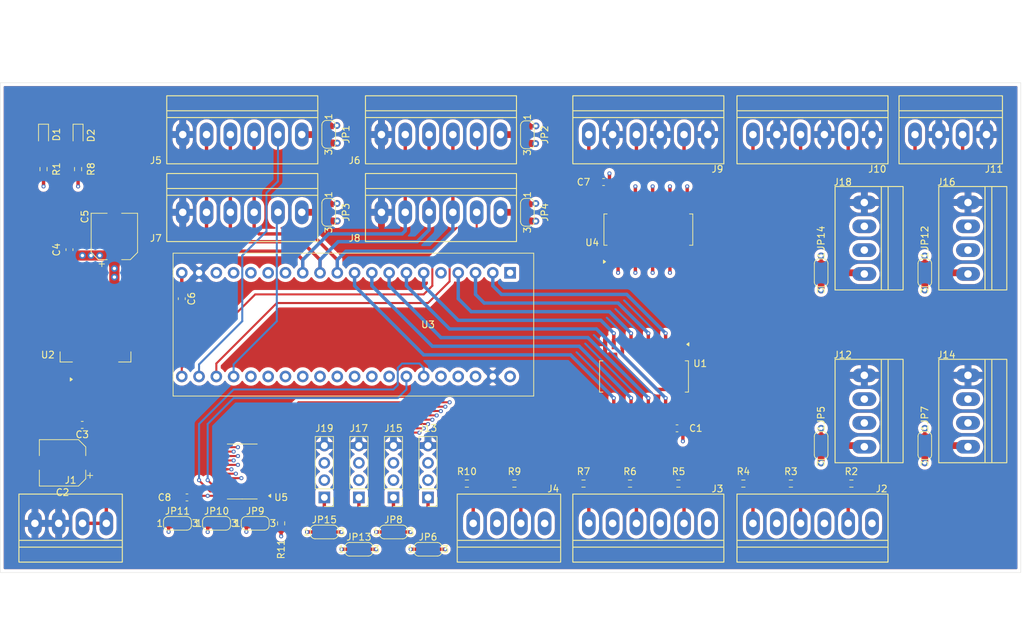
<source format=kicad_pcb>
(kicad_pcb
	(version 20240108)
	(generator "pcbnew")
	(generator_version "8.0")
	(general
		(thickness 1.6)
		(legacy_teardrops no)
	)
	(paper "A4")
	(layers
		(0 "F.Cu" signal)
		(1 "In1.Cu" signal)
		(2 "In2.Cu" signal)
		(31 "B.Cu" signal)
		(32 "B.Adhes" user "B.Adhesive")
		(33 "F.Adhes" user "F.Adhesive")
		(34 "B.Paste" user)
		(35 "F.Paste" user)
		(36 "B.SilkS" user "B.Silkscreen")
		(37 "F.SilkS" user "F.Silkscreen")
		(38 "B.Mask" user)
		(39 "F.Mask" user)
		(40 "Dwgs.User" user "User.Drawings")
		(41 "Cmts.User" user "User.Comments")
		(42 "Eco1.User" user "User.Eco1")
		(43 "Eco2.User" user "User.Eco2")
		(44 "Edge.Cuts" user)
		(45 "Margin" user)
		(46 "B.CrtYd" user "B.Courtyard")
		(47 "F.CrtYd" user "F.Courtyard")
		(48 "B.Fab" user)
		(49 "F.Fab" user)
		(50 "User.1" user)
		(51 "User.2" user)
		(52 "User.3" user)
		(53 "User.4" user)
		(54 "User.5" user)
		(55 "User.6" user)
		(56 "User.7" user)
		(57 "User.8" user)
		(58 "User.9" user)
	)
	(setup
		(stackup
			(layer "F.SilkS"
				(type "Top Silk Screen")
			)
			(layer "F.Paste"
				(type "Top Solder Paste")
			)
			(layer "F.Mask"
				(type "Top Solder Mask")
				(thickness 0.01)
			)
			(layer "F.Cu"
				(type "copper")
				(thickness 0.035)
			)
			(layer "dielectric 1"
				(type "prepreg")
				(thickness 0.1)
				(material "FR4")
				(epsilon_r 4.5)
				(loss_tangent 0.02)
			)
			(layer "In1.Cu"
				(type "copper")
				(thickness 0.035)
			)
			(layer "dielectric 2"
				(type "core")
				(thickness 1.24)
				(material "FR4")
				(epsilon_r 4.5)
				(loss_tangent 0.02)
			)
			(layer "In2.Cu"
				(type "copper")
				(thickness 0.035)
			)
			(layer "dielectric 3"
				(type "prepreg")
				(thickness 0.1)
				(material "FR4")
				(epsilon_r 4.5)
				(loss_tangent 0.02)
			)
			(layer "B.Cu"
				(type "copper")
				(thickness 0.035)
			)
			(layer "B.Mask"
				(type "Bottom Solder Mask")
				(thickness 0.01)
			)
			(layer "B.Paste"
				(type "Bottom Solder Paste")
			)
			(layer "B.SilkS"
				(type "Bottom Silk Screen")
			)
			(copper_finish "None")
			(dielectric_constraints no)
		)
		(pad_to_mask_clearance 0)
		(allow_soldermask_bridges_in_footprints no)
		(pcbplotparams
			(layerselection 0x00010fc_ffffffff)
			(plot_on_all_layers_selection 0x0000000_00000000)
			(disableapertmacros no)
			(usegerberextensions no)
			(usegerberattributes yes)
			(usegerberadvancedattributes yes)
			(creategerberjobfile yes)
			(dashed_line_dash_ratio 12.000000)
			(dashed_line_gap_ratio 3.000000)
			(svgprecision 4)
			(plotframeref no)
			(viasonmask no)
			(mode 1)
			(useauxorigin no)
			(hpglpennumber 1)
			(hpglpenspeed 20)
			(hpglpendiameter 15.000000)
			(pdf_front_fp_property_popups yes)
			(pdf_back_fp_property_popups yes)
			(dxfpolygonmode yes)
			(dxfimperialunits yes)
			(dxfusepcbnewfont yes)
			(psnegative no)
			(psa4output no)
			(plotreference yes)
			(plotvalue yes)
			(plotfptext yes)
			(plotinvisibletext no)
			(sketchpadsonfab no)
			(subtractmaskfromsilk no)
			(outputformat 1)
			(mirror no)
			(drillshape 1)
			(scaleselection 1)
			(outputdirectory "")
		)
	)
	(net 0 "")
	(net 1 "GND")
	(net 2 "+5V")
	(net 3 "+3.3V")
	(net 4 "Net-(D1-A)")
	(net 5 "Net-(D2-A)")
	(net 6 "POCI")
	(net 7 "Net-(J5-Pin_1)")
	(net 8 "PICO")
	(net 9 "SCK")
	(net 10 "CS1")
	(net 11 "CS0")
	(net 12 "Net-(J6-Pin_1)")
	(net 13 "CS3")
	(net 14 "Net-(J7-Pin_1)")
	(net 15 "Net-(J8-Pin_1)")
	(net 16 "CS2")
	(net 17 "Net-(J9-Pin_4)")
	(net 18 "Net-(J9-Pin_6)")
	(net 19 "Net-(J9-Pin_2)")
	(net 20 "OUT-SD0")
	(net 21 "Net-(J12-Pin_1)")
	(net 22 "OUT-SC0")
	(net 23 "OUT-SC4")
	(net 24 "Net-(J13-Pin_1)")
	(net 25 "OUT-SD4")
	(net 26 "OUT-SC1")
	(net 27 "Net-(J14-Pin_1)")
	(net 28 "OUT-SD1")
	(net 29 "OUT-SC5")
	(net 30 "OUT-SD5")
	(net 31 "Net-(J15-Pin_1)")
	(net 32 "OUT-SC2")
	(net 33 "OUT-SD2")
	(net 34 "Net-(J16-Pin_1)")
	(net 35 "Net-(J17-Pin_1)")
	(net 36 "OUT-SC6")
	(net 37 "OUT-SD6")
	(net 38 "OUT-SC3")
	(net 39 "Net-(J18-Pin_1)")
	(net 40 "OUT-SD3")
	(net 41 "Net-(J19-Pin_1)")
	(net 42 "OUT-SC7")
	(net 43 "OUT-SD7")
	(net 44 "Net-(JP9-C)")
	(net 45 "Net-(JP10-C)")
	(net 46 "Net-(JP11-C)")
	(net 47 "Net-(U5-~{RESET})")
	(net 48 "AUX-IN3")
	(net 49 "AUX-IN1")
	(net 50 "AUX-IN6")
	(net 51 "AUX-IN2")
	(net 52 "AUX-IN4")
	(net 53 "SW1-AZ")
	(net 54 "SW2-AZ")
	(net 55 "AUX-IN5")
	(net 56 "unconnected-(U3-PB1-Pad15)")
	(net 57 "unconnected-(U3-3V3-Pad18)")
	(net 58 "EN-AZ")
	(net 59 "EN-EL")
	(net 60 "unconnected-(U3-PB2-Pad16)")
	(net 61 "unconnected-(U3-NRST-Pad5)")
	(net 62 "AUX-OUT1")
	(net 63 "DIR-AZ")
	(net 64 "SCL")
	(net 65 "unconnected-(U3-PB9-Pad37)")
	(net 66 "SDA")
	(net 67 "unconnected-(U3-PB0-Pad14)")
	(net 68 "unconnected-(U3-VBAT-Pad1)")
	(net 69 "unconnected-(U3-3V3-Pad40)")
	(net 70 "unconnected-(U3-PB8-Pad36)")
	(net 71 "unconnected-(U3-PB10-Pad17)")
	(net 72 "STEP-AZ")
	(net 73 "STEP-EL")
	(net 74 "unconnected-(U3-PB5-Pad33)")
	(net 75 "DIR-EL")
	(net 76 "AUX-OUT2")
	(net 77 "Net-(J10-Pin_4)")
	(net 78 "Net-(J10-Pin_6)")
	(net 79 "Net-(J10-Pin_2)")
	(net 80 "Net-(J11-Pin_4)")
	(net 81 "Net-(J11-Pin_2)")
	(net 82 "Net-(J4-Pin_1)")
	(net 83 "Net-(J4-Pin_3)")
	(net 84 "Net-(J3-Pin_5)")
	(net 85 "Net-(J3-Pin_3)")
	(net 86 "Net-(J3-Pin_1)")
	(net 87 "Net-(J2-Pin_1)")
	(net 88 "Net-(J2-Pin_5)")
	(net 89 "Net-(J2-Pin_3)")
	(footprint "LED_SMD:LED_0603_1608Metric_Pad1.05x0.95mm_HandSolder" (layer "F.Cu") (at 62.23 71.261 -90))
	(footprint "Jumper:SolderJumper-3_P1.3mm_Open_RoundedPad1.0x1.5mm_NumberLabels" (layer "F.Cu") (at 76.835 128.27))
	(footprint "spta:SPTA-1-6-3,5" (layer "F.Cu") (at 115.57 82.55 180))
	(footprint "spta:SPTA-1-6-3,5" (layer "F.Cu") (at 170.18 71.12 180))
	(footprint "spta:SPTA-1-6-3,5" (layer "F.Cu") (at 146.05 128.27))
	(footprint "Capacitor_SMD:C_0603_1608Metric_Pad1.08x0.95mm_HandSolder" (layer "F.Cu") (at 139.4725 78.105 180))
	(footprint "Jumper:SolderJumper-3_P1.3mm_Open_RoundedPad1.0x1.5mm_NumberLabels" (layer "F.Cu") (at 186.69 116.84 -90))
	(footprint "spta:SPTA-1-4-3,5" (layer "F.Cu") (at 125.56 128.27))
	(footprint "spta:SPTA-1-6-3,5" (layer "F.Cu") (at 170.18 128.27))
	(footprint "Jumper:SolderJumper-3_P1.3mm_Open_RoundedPad1.0x1.5mm_NumberLabels" (layer "F.Cu") (at 128.27 71.15 -90))
	(footprint "Capacitor_SMD:C_0603_1608Metric_Pad1.08x0.95mm_HandSolder" (layer "F.Cu") (at 150.2675 114.3 180))
	(footprint "spta:SPTA-1-4-3,5" (layer "F.Cu") (at 177.8 111.76 90))
	(footprint "Jumper:SolderJumper-3_P1.3mm_Open_RoundedPad1.0x1.5mm_NumberLabels" (layer "F.Cu") (at 171.45 116.84 -90))
	(footprint "Jumper:SolderJumper-3_P1.3mm_Open_RoundedPad1.0x1.5mm_NumberLabels" (layer "F.Cu") (at 99.06 82.55 -90))
	(footprint "Resistor_SMD:R_0603_1608Metric_Pad0.98x0.95mm_HandSolder" (layer "F.Cu") (at 92.075 128.27 90))
	(footprint "BlackPill_F4xx_v2:BlackPill_F4xx_v2" (layer "F.Cu") (at 125.73 91.44 90))
	(footprint "spta:SPTA-1-6-3,5" (layer "F.Cu") (at 146.05 71.12 180))
	(footprint "Resistor_SMD:R_0603_1608Metric_Pad0.98x0.95mm_HandSolder" (layer "F.Cu") (at 119.38 122.428 180))
	(footprint "Resistor_SMD:R_0603_1608Metric_Pad0.98x0.95mm_HandSolder" (layer "F.Cu") (at 160.02 122.428 180))
	(footprint "Resistor_SMD:R_0603_1608Metric_Pad0.98x0.95mm_HandSolder" (layer "F.Cu") (at 136.525 122.428 180))
	(footprint "Jumper:SolderJumper-3_P1.3mm_Open_RoundedPad1.0x1.5mm_NumberLabels" (layer "F.Cu") (at 186.69 91.44 -90))
	(footprint "Resistor_SMD:R_0603_1608Metric_Pad0.98x0.95mm_HandSolder" (layer "F.Cu") (at 175.895 122.428))
	(footprint "Capacitor_SMD:C_0603_1608Metric_Pad1.08x0.95mm_HandSolder" (layer "F.Cu") (at 78.232 124.46 180))
	(footprint "Package_SO:SO-20_12.8x7.5mm_P1.27mm" (layer "F.Cu") (at 145.415 106.68 -90))
	(footprint "Resistor_SMD:R_0603_1608Metric_Pad0.98x0.95mm_HandSolder" (layer "F.Cu") (at 57.15 76.2 90))
	(footprint "spta:SPTA-1-4-3,5" (layer "F.Cu") (at 193.04 86.36 90))
	(footprint "Jumper:SolderJumper-3_P1.3mm_Open_RoundedPad1.0x1.5mm_NumberLabels" (layer "F.Cu") (at 171.45 91.44 -90))
	(footprint "Jumper:SolderJumper-3_P1.3mm_Open_RoundedPad1.0x1.5mm_NumberLabels" (layer "F.Cu") (at 113.665 132.08))
	(footprint "spta:SPTA-1-6-3,5" (layer "F.Cu") (at 115.57 71.12 180))
	(footprint "Connector_PinHeader_2.54mm:PinHeader_1x04_P2.54mm_Vertical" (layer "F.Cu") (at 113.665 124.46 180))
	(footprint "Jumper:SolderJumper-3_P1.3mm_Open_RoundedPad1.0x1.5mm_NumberLabels" (layer "F.Cu") (at 98.425 129.54))
	(footprint "spta:SPTA-1-6-3,5" (layer "F.Cu") (at 86.36 71.12 180))
	(footprint "Resistor_SMD:R_0603_1608Metric_Pad0.98x0.95mm_HandSolder" (layer "F.Cu") (at 167.005 122.428 180))
	(footprint "Jumper:SolderJumper-3_P1.3mm_Open_RoundedPad1.0x1.5mm_NumberLabels" (layer "F.Cu") (at 82.58 128.27))
	(footprint "Jumper:SolderJumper-3_P1.3mm_Open_RoundedPad1.0x1.5mm_NumberLabels" (layer "F.Cu") (at 88.265 128.27))
	(footprint "spta:SPTA-1-4-3,5" (layer "F.Cu") (at 193.04 111.76 90))
	(footprint "Connector_PinHeader_2.54mm:PinHeader_1x04_P2.54mm_Vertical" (layer "F.Cu") (at 103.505 124.46 180))
	(footprint "Jumper:SolderJumper-3_P1.3mm_Open_RoundedPad1.0x1.5mm_NumberLabels" (layer "F.Cu") (at 99.06 71.09 -90))
	(footprint "Capacitor_SMD:C_0603_1608Metric_Pad1.08x0.95mm_HandSolder" (layer "F.Cu") (at 77.47 95.25 -90))
	(footprint "spta:SPTA-1-4-3,5" (layer "F.Cu") (at 177.8 86.36 90))
	(footprint "Package_TO_SOT_SMD:TO-263-3_TabPin2"
		(layer "F.Cu")
		(uuid "85e0d6a1-6622-4490-a439-6a930d366dcf")
		(at 64.789 99.725 90)
		(descr "TO-263/D2PAK/DDPAK SMD package, http://www.infineon.com/cms/en/product/packages/PG-TO26
... [1345231 chars truncated]
</source>
